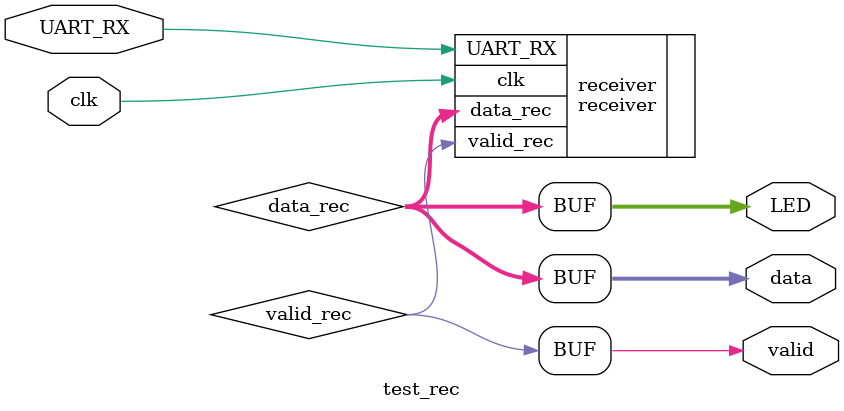
<source format=v>
module test_rec(
  input wire clk,
  input wire UART_RX,
  output wire [7:0] data,
  output wire [7:0] LED,
  output wire valid
  );
wire [0:0] valid_rec;
assign valid =valid_rec;
wire [7:0] data_rec;
assign data = data_rec; 
assign LED = data;
receiver  #(.CLK_PER_HALF_BIT(434)) receiver (.clk(clk),.UART_RX(UART_RX),.valid_rec(valid_rec),.data_rec(data_rec));

endmodule

</source>
